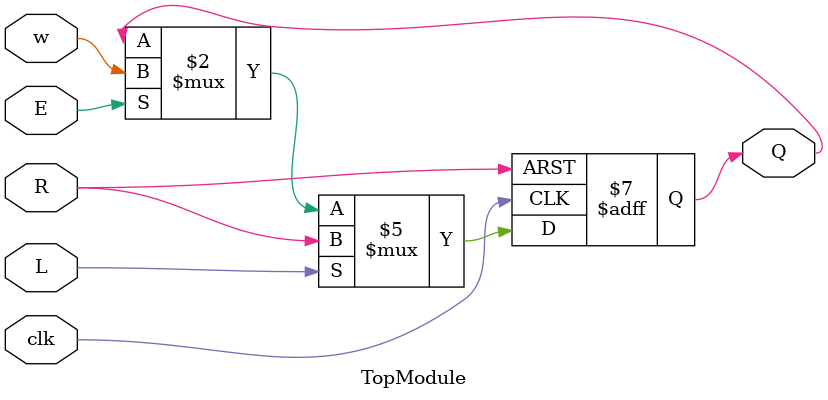
<source format=sv>
module TopModule (
    input logic clk,
    input logic w,
    input logic R,
    input logic E,
    input logic L,
    output logic Q
);

    always_ff @(posedge clk or posedge R) begin
        if (R) begin
            Q <= 1'b0;
        end else begin
            if (L) begin
                Q <= R;
            end else if (E) begin
                Q <= w;
            end
        end
    end

endmodule
</source>
